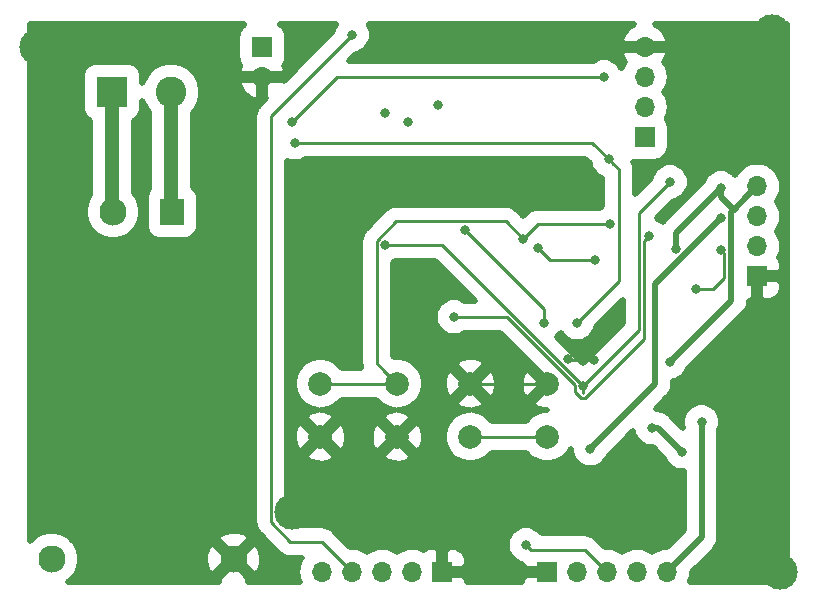
<source format=gbl>
G04 #@! TF.GenerationSoftware,KiCad,Pcbnew,(5.1.2)-1*
G04 #@! TF.CreationDate,2019-12-22T13:40:19+06:00*
G04 #@! TF.ProjectId,esp12e-simple-board,65737031-3265-42d7-9369-6d706c652d62,rev?*
G04 #@! TF.SameCoordinates,Original*
G04 #@! TF.FileFunction,Copper,L2,Bot*
G04 #@! TF.FilePolarity,Positive*
%FSLAX46Y46*%
G04 Gerber Fmt 4.6, Leading zero omitted, Abs format (unit mm)*
G04 Created by KiCad (PCBNEW (5.1.2)-1) date 2019-12-22 13:40:19*
%MOMM*%
%LPD*%
G04 APERTURE LIST*
%ADD10C,2.000000*%
%ADD11C,2.300000*%
%ADD12R,2.000000X2.300000*%
%ADD13O,1.700000X1.700000*%
%ADD14R,1.700000X1.700000*%
%ADD15C,2.600000*%
%ADD16R,2.600000X2.600000*%
%ADD17C,0.800000*%
%ADD18C,3.000000*%
%ADD19C,0.500000*%
%ADD20C,0.250000*%
%ADD21C,1.200000*%
G04 APERTURE END LIST*
D10*
X37950000Y-48260000D03*
X37950000Y-43760000D03*
X44450000Y-48260000D03*
X44450000Y-43760000D03*
X50650000Y-48260000D03*
X50650000Y-43760000D03*
X57150000Y-48260000D03*
X57150000Y-43760000D03*
D11*
X15200000Y-58610000D03*
X20400000Y-29210000D03*
D12*
X25400000Y-29210000D03*
D11*
X30600000Y-58610000D03*
D13*
X67310000Y-59690000D03*
X64770000Y-59690000D03*
X62230000Y-59690000D03*
X59690000Y-59690000D03*
D14*
X57150000Y-59690000D03*
D13*
X38100000Y-59690000D03*
X40640000Y-59690000D03*
X43180000Y-59690000D03*
X45720000Y-59690000D03*
D14*
X48260000Y-59690000D03*
D13*
X74930000Y-27051000D03*
X74930000Y-29591000D03*
X74930000Y-32131000D03*
D14*
X74930000Y-34671000D03*
D13*
X65405000Y-15240000D03*
X65405000Y-17780000D03*
X65405000Y-20320000D03*
D14*
X65405000Y-22860000D03*
D13*
X33020000Y-17780000D03*
D14*
X33020000Y-15240000D03*
D15*
X25320000Y-19050000D03*
D16*
X20320000Y-19050000D03*
D17*
X43434000Y-20828000D03*
X47879000Y-20193000D03*
X45339000Y-21590000D03*
X70231000Y-46990000D03*
D18*
X13970000Y-15240000D03*
X76835000Y-59690000D03*
X35560000Y-54610000D03*
X76200000Y-13970000D03*
D17*
X61087000Y-41783000D03*
X58932653Y-41651347D03*
X58928000Y-52070000D03*
X59944000Y-53213000D03*
X54229000Y-50927000D03*
X54229000Y-52197000D03*
X54229000Y-53340000D03*
X56388000Y-52959000D03*
X56388000Y-54102000D03*
X57404000Y-54102000D03*
X23622000Y-36322000D03*
X19050000Y-38227000D03*
X32004000Y-40767000D03*
X38227000Y-33909000D03*
X38100000Y-35687000D03*
X43815000Y-26924000D03*
X42164000Y-26797000D03*
X49022000Y-26416000D03*
X46990000Y-26162000D03*
X56261000Y-26797000D03*
X55880000Y-25400000D03*
X68580000Y-20574000D03*
X68580000Y-22352000D03*
X72644000Y-19304000D03*
X73025000Y-21082000D03*
X68580000Y-15240000D03*
X70612000Y-14224000D03*
X49276000Y-38100000D03*
X65786000Y-31242000D03*
X66040000Y-47498000D03*
X68580000Y-49530000D03*
X43434000Y-32004000D03*
X60198000Y-43942000D03*
X67564000Y-26670000D03*
X68087709Y-32310209D03*
X67564000Y-41910000D03*
X71882000Y-27178000D03*
X60804000Y-49276000D03*
X71882000Y-29718000D03*
X69782992Y-35746992D03*
X71882001Y-32457223D03*
X40640000Y-14224000D03*
X55372000Y-57404000D03*
X35560000Y-21590000D03*
X61976000Y-17780000D03*
X62357000Y-24765000D03*
X35814000Y-23368000D03*
X59690000Y-38608000D03*
X55118000Y-31496000D03*
X62484000Y-30226000D03*
X56388000Y-32258000D03*
X61214000Y-33274000D03*
X50164000Y-30734000D03*
X56896000Y-38608000D03*
D19*
X70231000Y-56769000D02*
X67310000Y-59690000D01*
X70231000Y-46990000D02*
X70231000Y-56769000D01*
D20*
X57150000Y-43760000D02*
X50650000Y-43760000D01*
X61087000Y-41783000D02*
X60521315Y-41783000D01*
X60521315Y-41783000D02*
X59064306Y-41783000D01*
X59064306Y-41783000D02*
X58932653Y-41651347D01*
D21*
X25320000Y-29130000D02*
X25400000Y-29210000D01*
X25320000Y-19050000D02*
X25320000Y-29130000D01*
X20320000Y-29130000D02*
X20400000Y-29210000D01*
X20320000Y-19050000D02*
X20320000Y-29130000D01*
D20*
X65386001Y-31641999D02*
X65786000Y-31242000D01*
X65386001Y-39956094D02*
X65386001Y-31641999D01*
X60384400Y-44957695D02*
X65386001Y-39956094D01*
X60011600Y-44957695D02*
X60384400Y-44957695D01*
X59472999Y-44419094D02*
X60011600Y-44957695D01*
X59472999Y-43853409D02*
X59472999Y-44419094D01*
X53719590Y-38100000D02*
X59472999Y-43853409D01*
X49276000Y-38100000D02*
X53719590Y-38100000D01*
D19*
X66548000Y-47498000D02*
X68580000Y-49530000D01*
X66040000Y-47498000D02*
X66548000Y-47498000D01*
D20*
X60198000Y-43942000D02*
X60198000Y-44507685D01*
X48260000Y-32004000D02*
X43434000Y-32004000D01*
X60198000Y-43942000D02*
X48260000Y-32004000D01*
X60597999Y-43542001D02*
X60198000Y-43942000D01*
X64935991Y-39204009D02*
X60597999Y-43542001D01*
X64935991Y-29298009D02*
X64935991Y-39204009D01*
X67564000Y-26670000D02*
X64935991Y-29298009D01*
D19*
X68087709Y-30972291D02*
X71882000Y-27178000D01*
X68087709Y-32310209D02*
X68087709Y-30972291D01*
X74080001Y-27900999D02*
X74930000Y-27051000D01*
X72732001Y-36741999D02*
X72732001Y-29248999D01*
X67564000Y-41910000D02*
X72732001Y-36741999D01*
X71882000Y-27940000D02*
X72961500Y-29019500D01*
X71882000Y-27178000D02*
X71882000Y-27940000D01*
X72732001Y-29248999D02*
X72961500Y-29019500D01*
X72961500Y-29019500D02*
X74080001Y-27900999D01*
X71882000Y-29718000D02*
X66294000Y-35306000D01*
X66294000Y-43786000D02*
X60804000Y-49276000D01*
X66294000Y-35306000D02*
X66294000Y-43786000D01*
D20*
X69782992Y-35746992D02*
X71187008Y-35746992D01*
X71187008Y-35746992D02*
X72136000Y-34798000D01*
X72156991Y-32732213D02*
X71882001Y-32457223D01*
X72136000Y-34798000D02*
X72156991Y-34777009D01*
X72156991Y-34777009D02*
X72156991Y-32732213D01*
X33734999Y-55486001D02*
X33734999Y-21129001D01*
X35383997Y-57134999D02*
X33734999Y-55486001D01*
X40640000Y-59690000D02*
X38084999Y-57134999D01*
X38084999Y-57134999D02*
X35383997Y-57134999D01*
X33734999Y-21129001D02*
X40640000Y-14224000D01*
X61380001Y-58840001D02*
X62230000Y-59690000D01*
X60343999Y-57803999D02*
X61380001Y-58840001D01*
X55771999Y-57803999D02*
X60343999Y-57803999D01*
X55372000Y-57404000D02*
X55771999Y-57803999D01*
X39370000Y-17780000D02*
X35560000Y-21590000D01*
X61976000Y-17780000D02*
X39370000Y-17780000D01*
X60960000Y-23368000D02*
X62357000Y-24765000D01*
X35814000Y-23368000D02*
X60960000Y-23368000D01*
X57150000Y-48260000D02*
X50650000Y-48260000D01*
X62756999Y-25164999D02*
X62357000Y-24765000D01*
X63209001Y-25617001D02*
X62756999Y-25164999D01*
X63209001Y-35088999D02*
X63209001Y-25617001D01*
X59690000Y-38608000D02*
X63209001Y-35088999D01*
X56388000Y-30226000D02*
X55118000Y-31496000D01*
X62484000Y-30226000D02*
X56388000Y-30226000D01*
X43450001Y-42760001D02*
X44450000Y-43760000D01*
X42708999Y-42018999D02*
X43450001Y-42760001D01*
X42708999Y-31655999D02*
X42708999Y-42018999D01*
X44355999Y-30008999D02*
X42708999Y-31655999D01*
X53630999Y-30008999D02*
X44355999Y-30008999D01*
X55118000Y-31496000D02*
X53630999Y-30008999D01*
X43035787Y-43760000D02*
X37950000Y-43760000D01*
X44450000Y-43760000D02*
X43035787Y-43760000D01*
X57404000Y-33274000D02*
X61214000Y-33274000D01*
X56388000Y-32258000D02*
X57404000Y-33274000D01*
X56896000Y-37466000D02*
X50164000Y-30734000D01*
X56896000Y-38608000D02*
X56896000Y-37466000D01*
D19*
G36*
X64448773Y-13370331D02*
G01*
X64102392Y-13592807D01*
X63806070Y-13878584D01*
X63571194Y-14216679D01*
X63406790Y-14594100D01*
X63384713Y-14666902D01*
X63635069Y-14990000D01*
X65155000Y-14990000D01*
X65155000Y-14970000D01*
X65655000Y-14970000D01*
X65655000Y-14990000D01*
X67174931Y-14990000D01*
X67425287Y-14666902D01*
X67403210Y-14594100D01*
X67238806Y-14216679D01*
X67003930Y-13878584D01*
X66707608Y-13592807D01*
X66361227Y-13370331D01*
X66284077Y-13340000D01*
X77465000Y-13340000D01*
X77465001Y-60574000D01*
X69218658Y-60574000D01*
X69259535Y-60497524D01*
X69379615Y-60101672D01*
X69418942Y-59702377D01*
X71239555Y-57881765D01*
X71296792Y-57834792D01*
X71484238Y-57606387D01*
X71623524Y-57345802D01*
X71709295Y-57063051D01*
X71731000Y-56842680D01*
X71738257Y-56769000D01*
X71731000Y-56695320D01*
X71731000Y-47680338D01*
X71817592Y-47471287D01*
X71881000Y-47152511D01*
X71881000Y-46827489D01*
X71817592Y-46508713D01*
X71693211Y-46208432D01*
X71512639Y-45938186D01*
X71282814Y-45708361D01*
X71012568Y-45527789D01*
X70712287Y-45403408D01*
X70393511Y-45340000D01*
X70068489Y-45340000D01*
X69749713Y-45403408D01*
X69449432Y-45527789D01*
X69179186Y-45708361D01*
X68949361Y-45938186D01*
X68768789Y-46208432D01*
X68644408Y-46508713D01*
X68581000Y-46827489D01*
X68581000Y-47152511D01*
X68644408Y-47471287D01*
X68645682Y-47474362D01*
X67660769Y-46489450D01*
X67613792Y-46432208D01*
X67385387Y-46244762D01*
X67124802Y-46105476D01*
X66842051Y-46019705D01*
X66764235Y-46012041D01*
X66521287Y-45911408D01*
X66328299Y-45873021D01*
X67302555Y-44898765D01*
X67359792Y-44851792D01*
X67547238Y-44623387D01*
X67686524Y-44362802D01*
X67772295Y-44080051D01*
X67794000Y-43859680D01*
X67794000Y-43859679D01*
X67801257Y-43786001D01*
X67794000Y-43712323D01*
X67794000Y-43546576D01*
X68045287Y-43496592D01*
X68345568Y-43372211D01*
X68615814Y-43191639D01*
X68845639Y-42961814D01*
X69026211Y-42691568D01*
X69112804Y-42482515D01*
X73740558Y-37854762D01*
X73797793Y-37807791D01*
X73985239Y-37579386D01*
X74124525Y-37318801D01*
X74210296Y-37036050D01*
X74232001Y-36815679D01*
X74232001Y-36815678D01*
X74236130Y-36773764D01*
X74367500Y-36771000D01*
X74680000Y-36458500D01*
X74680000Y-34921000D01*
X75180000Y-34921000D01*
X75180000Y-36458500D01*
X75492500Y-36771000D01*
X75780000Y-36777048D01*
X76025043Y-36752913D01*
X76260669Y-36681437D01*
X76477823Y-36565366D01*
X76668160Y-36409160D01*
X76824366Y-36218823D01*
X76940437Y-36001669D01*
X77011913Y-35766043D01*
X77036048Y-35521000D01*
X77030000Y-35233500D01*
X76717500Y-34921000D01*
X75180000Y-34921000D01*
X74680000Y-34921000D01*
X74660000Y-34921000D01*
X74660000Y-34421000D01*
X74680000Y-34421000D01*
X74680000Y-34401000D01*
X75180000Y-34401000D01*
X75180000Y-34421000D01*
X76717500Y-34421000D01*
X77030000Y-34108500D01*
X77036048Y-33821000D01*
X77011913Y-33575957D01*
X76940437Y-33340331D01*
X76824366Y-33123177D01*
X76798005Y-33091056D01*
X76879535Y-32938524D01*
X76999615Y-32542672D01*
X77040161Y-32131000D01*
X76999615Y-31719328D01*
X76879535Y-31323476D01*
X76684535Y-30958657D01*
X76604390Y-30861000D01*
X76684535Y-30763343D01*
X76879535Y-30398524D01*
X76999615Y-30002672D01*
X77040161Y-29591000D01*
X76999615Y-29179328D01*
X76879535Y-28783476D01*
X76684535Y-28418657D01*
X76604390Y-28321000D01*
X76684535Y-28223343D01*
X76879535Y-27858524D01*
X76999615Y-27462672D01*
X77040161Y-27051000D01*
X76999615Y-26639328D01*
X76879535Y-26243476D01*
X76684535Y-25878657D01*
X76422109Y-25558891D01*
X76102343Y-25296465D01*
X75737524Y-25101465D01*
X75341672Y-24981385D01*
X75033167Y-24951000D01*
X74826833Y-24951000D01*
X74518328Y-24981385D01*
X74122476Y-25101465D01*
X73757657Y-25296465D01*
X73437891Y-25558891D01*
X73175465Y-25878657D01*
X73085125Y-26047672D01*
X72933814Y-25896361D01*
X72663568Y-25715789D01*
X72363287Y-25591408D01*
X72044511Y-25528000D01*
X71719489Y-25528000D01*
X71400713Y-25591408D01*
X71100432Y-25715789D01*
X70830186Y-25896361D01*
X70600361Y-26126186D01*
X70419789Y-26396432D01*
X70333197Y-26605483D01*
X67079154Y-29859527D01*
X67021918Y-29906499D01*
X66914654Y-30037201D01*
X66837814Y-29960361D01*
X66567568Y-29779789D01*
X66448199Y-29730344D01*
X67891328Y-28287216D01*
X68045287Y-28256592D01*
X68345568Y-28132211D01*
X68615814Y-27951639D01*
X68845639Y-27721814D01*
X69026211Y-27451568D01*
X69150592Y-27151287D01*
X69214000Y-26832511D01*
X69214000Y-26507489D01*
X69150592Y-26188713D01*
X69026211Y-25888432D01*
X68845639Y-25618186D01*
X68615814Y-25388361D01*
X68345568Y-25207789D01*
X68045287Y-25083408D01*
X67726511Y-25020000D01*
X67401489Y-25020000D01*
X67082713Y-25083408D01*
X66782432Y-25207789D01*
X66512186Y-25388361D01*
X66282361Y-25618186D01*
X66101789Y-25888432D01*
X65977408Y-26188713D01*
X65946784Y-26342672D01*
X64584001Y-27705456D01*
X64584001Y-25684539D01*
X64590653Y-25617000D01*
X64584001Y-25549461D01*
X64584001Y-25549452D01*
X64564106Y-25347454D01*
X64485482Y-25088265D01*
X64412662Y-24952029D01*
X64555000Y-24966048D01*
X66255000Y-24966048D01*
X66500043Y-24941913D01*
X66735669Y-24870437D01*
X66952823Y-24754366D01*
X67143160Y-24598160D01*
X67299366Y-24407823D01*
X67415437Y-24190669D01*
X67486913Y-23955043D01*
X67511048Y-23710000D01*
X67511048Y-22010000D01*
X67486913Y-21764957D01*
X67415437Y-21529331D01*
X67299366Y-21312177D01*
X67273005Y-21280056D01*
X67354535Y-21127524D01*
X67474615Y-20731672D01*
X67515161Y-20320000D01*
X67474615Y-19908328D01*
X67354535Y-19512476D01*
X67159535Y-19147657D01*
X67079390Y-19050000D01*
X67159535Y-18952343D01*
X67354535Y-18587524D01*
X67474615Y-18191672D01*
X67515161Y-17780000D01*
X67474615Y-17368328D01*
X67354535Y-16972476D01*
X67159535Y-16607657D01*
X67072917Y-16502112D01*
X67238806Y-16263321D01*
X67403210Y-15885900D01*
X67425287Y-15813098D01*
X67174931Y-15490000D01*
X65655000Y-15490000D01*
X65655000Y-15510000D01*
X65155000Y-15510000D01*
X65155000Y-15490000D01*
X63635069Y-15490000D01*
X63384713Y-15813098D01*
X63406790Y-15885900D01*
X63571194Y-16263321D01*
X63737083Y-16502112D01*
X63650465Y-16607657D01*
X63455465Y-16972476D01*
X63443626Y-17011505D01*
X63438211Y-16998432D01*
X63257639Y-16728186D01*
X63027814Y-16498361D01*
X62757568Y-16317789D01*
X62457287Y-16193408D01*
X62138511Y-16130000D01*
X61813489Y-16130000D01*
X61494713Y-16193408D01*
X61194432Y-16317789D01*
X61063911Y-16405000D01*
X40403544Y-16405000D01*
X40967328Y-15841216D01*
X41121287Y-15810592D01*
X41421568Y-15686211D01*
X41691814Y-15505639D01*
X41921639Y-15275814D01*
X42102211Y-15005568D01*
X42226592Y-14705287D01*
X42290000Y-14386511D01*
X42290000Y-14061489D01*
X42226592Y-13742713D01*
X42102211Y-13442432D01*
X42033768Y-13340000D01*
X64525923Y-13340000D01*
X64448773Y-13370331D01*
X64448773Y-13370331D01*
G37*
X64448773Y-13370331D02*
X64102392Y-13592807D01*
X63806070Y-13878584D01*
X63571194Y-14216679D01*
X63406790Y-14594100D01*
X63384713Y-14666902D01*
X63635069Y-14990000D01*
X65155000Y-14990000D01*
X65155000Y-14970000D01*
X65655000Y-14970000D01*
X65655000Y-14990000D01*
X67174931Y-14990000D01*
X67425287Y-14666902D01*
X67403210Y-14594100D01*
X67238806Y-14216679D01*
X67003930Y-13878584D01*
X66707608Y-13592807D01*
X66361227Y-13370331D01*
X66284077Y-13340000D01*
X77465000Y-13340000D01*
X77465001Y-60574000D01*
X69218658Y-60574000D01*
X69259535Y-60497524D01*
X69379615Y-60101672D01*
X69418942Y-59702377D01*
X71239555Y-57881765D01*
X71296792Y-57834792D01*
X71484238Y-57606387D01*
X71623524Y-57345802D01*
X71709295Y-57063051D01*
X71731000Y-56842680D01*
X71738257Y-56769000D01*
X71731000Y-56695320D01*
X71731000Y-47680338D01*
X71817592Y-47471287D01*
X71881000Y-47152511D01*
X71881000Y-46827489D01*
X71817592Y-46508713D01*
X71693211Y-46208432D01*
X71512639Y-45938186D01*
X71282814Y-45708361D01*
X71012568Y-45527789D01*
X70712287Y-45403408D01*
X70393511Y-45340000D01*
X70068489Y-45340000D01*
X69749713Y-45403408D01*
X69449432Y-45527789D01*
X69179186Y-45708361D01*
X68949361Y-45938186D01*
X68768789Y-46208432D01*
X68644408Y-46508713D01*
X68581000Y-46827489D01*
X68581000Y-47152511D01*
X68644408Y-47471287D01*
X68645682Y-47474362D01*
X67660769Y-46489450D01*
X67613792Y-46432208D01*
X67385387Y-46244762D01*
X67124802Y-46105476D01*
X66842051Y-46019705D01*
X66764235Y-46012041D01*
X66521287Y-45911408D01*
X66328299Y-45873021D01*
X67302555Y-44898765D01*
X67359792Y-44851792D01*
X67547238Y-44623387D01*
X67686524Y-44362802D01*
X67772295Y-44080051D01*
X67794000Y-43859680D01*
X67794000Y-43859679D01*
X67801257Y-43786001D01*
X67794000Y-43712323D01*
X67794000Y-43546576D01*
X68045287Y-43496592D01*
X68345568Y-43372211D01*
X68615814Y-43191639D01*
X68845639Y-42961814D01*
X69026211Y-42691568D01*
X69112804Y-42482515D01*
X73740558Y-37854762D01*
X73797793Y-37807791D01*
X73985239Y-37579386D01*
X74124525Y-37318801D01*
X74210296Y-37036050D01*
X74232001Y-36815679D01*
X74232001Y-36815678D01*
X74236130Y-36773764D01*
X74367500Y-36771000D01*
X74680000Y-36458500D01*
X74680000Y-34921000D01*
X75180000Y-34921000D01*
X75180000Y-36458500D01*
X75492500Y-36771000D01*
X75780000Y-36777048D01*
X76025043Y-36752913D01*
X76260669Y-36681437D01*
X76477823Y-36565366D01*
X76668160Y-36409160D01*
X76824366Y-36218823D01*
X76940437Y-36001669D01*
X77011913Y-35766043D01*
X77036048Y-35521000D01*
X77030000Y-35233500D01*
X76717500Y-34921000D01*
X75180000Y-34921000D01*
X74680000Y-34921000D01*
X74660000Y-34921000D01*
X74660000Y-34421000D01*
X74680000Y-34421000D01*
X74680000Y-34401000D01*
X75180000Y-34401000D01*
X75180000Y-34421000D01*
X76717500Y-34421000D01*
X77030000Y-34108500D01*
X77036048Y-33821000D01*
X77011913Y-33575957D01*
X76940437Y-33340331D01*
X76824366Y-33123177D01*
X76798005Y-33091056D01*
X76879535Y-32938524D01*
X76999615Y-32542672D01*
X77040161Y-32131000D01*
X76999615Y-31719328D01*
X76879535Y-31323476D01*
X76684535Y-30958657D01*
X76604390Y-30861000D01*
X76684535Y-30763343D01*
X76879535Y-30398524D01*
X76999615Y-30002672D01*
X77040161Y-29591000D01*
X76999615Y-29179328D01*
X76879535Y-28783476D01*
X76684535Y-28418657D01*
X76604390Y-28321000D01*
X76684535Y-28223343D01*
X76879535Y-27858524D01*
X76999615Y-27462672D01*
X77040161Y-27051000D01*
X76999615Y-26639328D01*
X76879535Y-26243476D01*
X76684535Y-25878657D01*
X76422109Y-25558891D01*
X76102343Y-25296465D01*
X75737524Y-25101465D01*
X75341672Y-24981385D01*
X75033167Y-24951000D01*
X74826833Y-24951000D01*
X74518328Y-24981385D01*
X74122476Y-25101465D01*
X73757657Y-25296465D01*
X73437891Y-25558891D01*
X73175465Y-25878657D01*
X73085125Y-26047672D01*
X72933814Y-25896361D01*
X72663568Y-25715789D01*
X72363287Y-25591408D01*
X72044511Y-25528000D01*
X71719489Y-25528000D01*
X71400713Y-25591408D01*
X71100432Y-25715789D01*
X70830186Y-25896361D01*
X70600361Y-26126186D01*
X70419789Y-26396432D01*
X70333197Y-26605483D01*
X67079154Y-29859527D01*
X67021918Y-29906499D01*
X66914654Y-30037201D01*
X66837814Y-29960361D01*
X66567568Y-29779789D01*
X66448199Y-29730344D01*
X67891328Y-28287216D01*
X68045287Y-28256592D01*
X68345568Y-28132211D01*
X68615814Y-27951639D01*
X68845639Y-27721814D01*
X69026211Y-27451568D01*
X69150592Y-27151287D01*
X69214000Y-26832511D01*
X69214000Y-26507489D01*
X69150592Y-26188713D01*
X69026211Y-25888432D01*
X68845639Y-25618186D01*
X68615814Y-25388361D01*
X68345568Y-25207789D01*
X68045287Y-25083408D01*
X67726511Y-25020000D01*
X67401489Y-25020000D01*
X67082713Y-25083408D01*
X66782432Y-25207789D01*
X66512186Y-25388361D01*
X66282361Y-25618186D01*
X66101789Y-25888432D01*
X65977408Y-26188713D01*
X65946784Y-26342672D01*
X64584001Y-27705456D01*
X64584001Y-25684539D01*
X64590653Y-25617000D01*
X64584001Y-25549461D01*
X64584001Y-25549452D01*
X64564106Y-25347454D01*
X64485482Y-25088265D01*
X64412662Y-24952029D01*
X64555000Y-24966048D01*
X66255000Y-24966048D01*
X66500043Y-24941913D01*
X66735669Y-24870437D01*
X66952823Y-24754366D01*
X67143160Y-24598160D01*
X67299366Y-24407823D01*
X67415437Y-24190669D01*
X67486913Y-23955043D01*
X67511048Y-23710000D01*
X67511048Y-22010000D01*
X67486913Y-21764957D01*
X67415437Y-21529331D01*
X67299366Y-21312177D01*
X67273005Y-21280056D01*
X67354535Y-21127524D01*
X67474615Y-20731672D01*
X67515161Y-20320000D01*
X67474615Y-19908328D01*
X67354535Y-19512476D01*
X67159535Y-19147657D01*
X67079390Y-19050000D01*
X67159535Y-18952343D01*
X67354535Y-18587524D01*
X67474615Y-18191672D01*
X67515161Y-17780000D01*
X67474615Y-17368328D01*
X67354535Y-16972476D01*
X67159535Y-16607657D01*
X67072917Y-16502112D01*
X67238806Y-16263321D01*
X67403210Y-15885900D01*
X67425287Y-15813098D01*
X67174931Y-15490000D01*
X65655000Y-15490000D01*
X65655000Y-15510000D01*
X65155000Y-15510000D01*
X65155000Y-15490000D01*
X63635069Y-15490000D01*
X63384713Y-15813098D01*
X63406790Y-15885900D01*
X63571194Y-16263321D01*
X63737083Y-16502112D01*
X63650465Y-16607657D01*
X63455465Y-16972476D01*
X63443626Y-17011505D01*
X63438211Y-16998432D01*
X63257639Y-16728186D01*
X63027814Y-16498361D01*
X62757568Y-16317789D01*
X62457287Y-16193408D01*
X62138511Y-16130000D01*
X61813489Y-16130000D01*
X61494713Y-16193408D01*
X61194432Y-16317789D01*
X61063911Y-16405000D01*
X40403544Y-16405000D01*
X40967328Y-15841216D01*
X41121287Y-15810592D01*
X41421568Y-15686211D01*
X41691814Y-15505639D01*
X41921639Y-15275814D01*
X42102211Y-15005568D01*
X42226592Y-14705287D01*
X42290000Y-14386511D01*
X42290000Y-14061489D01*
X42226592Y-13742713D01*
X42102211Y-13442432D01*
X42033768Y-13340000D01*
X64525923Y-13340000D01*
X64448773Y-13370331D01*
G36*
X60739784Y-25092327D02*
G01*
X60770408Y-25246287D01*
X60894789Y-25546568D01*
X61075361Y-25816814D01*
X61305186Y-26046639D01*
X61575432Y-26227211D01*
X61834002Y-26334315D01*
X61834002Y-28709291D01*
X61702432Y-28763789D01*
X61571911Y-28851000D01*
X56455538Y-28851000D01*
X56387999Y-28844348D01*
X56320460Y-28851000D01*
X56320451Y-28851000D01*
X56118453Y-28870895D01*
X55876268Y-28944361D01*
X55859264Y-28949519D01*
X55620394Y-29077198D01*
X55463492Y-29205964D01*
X55463488Y-29205968D01*
X55411024Y-29249024D01*
X55367968Y-29301488D01*
X55118000Y-29551456D01*
X54651035Y-29084492D01*
X54607975Y-29032023D01*
X54398604Y-28860197D01*
X54159735Y-28732518D01*
X53900546Y-28653894D01*
X53698548Y-28633999D01*
X53698538Y-28633999D01*
X53630999Y-28627347D01*
X53563460Y-28633999D01*
X44423538Y-28633999D01*
X44355999Y-28627347D01*
X44288460Y-28633999D01*
X44288450Y-28633999D01*
X44086452Y-28653894D01*
X43827263Y-28732518D01*
X43588393Y-28860197D01*
X43431491Y-28988963D01*
X43431487Y-28988967D01*
X43379023Y-29032023D01*
X43335967Y-29084487D01*
X41784488Y-30635967D01*
X41732023Y-30679024D01*
X41688967Y-30731488D01*
X41688963Y-30731492D01*
X41560197Y-30888394D01*
X41500735Y-30999639D01*
X41432518Y-31127264D01*
X41353894Y-31386453D01*
X41333999Y-31588451D01*
X41333999Y-31588460D01*
X41327347Y-31655999D01*
X41333999Y-31723538D01*
X41334000Y-41951450D01*
X41327347Y-42018999D01*
X41334000Y-42086548D01*
X41352930Y-42278743D01*
X41353895Y-42288545D01*
X41383154Y-42385000D01*
X39737307Y-42385000D01*
X39697689Y-42325708D01*
X39384292Y-42012311D01*
X39015775Y-41766076D01*
X38606301Y-41596466D01*
X38171606Y-41510000D01*
X37728394Y-41510000D01*
X37293699Y-41596466D01*
X36884225Y-41766076D01*
X36515708Y-42012311D01*
X36202311Y-42325708D01*
X35956076Y-42694225D01*
X35786466Y-43103699D01*
X35700000Y-43538394D01*
X35700000Y-43981606D01*
X35786466Y-44416301D01*
X35956076Y-44825775D01*
X36202311Y-45194292D01*
X36515708Y-45507689D01*
X36884225Y-45753924D01*
X37293699Y-45923534D01*
X37728394Y-46010000D01*
X37758624Y-46010000D01*
X37351566Y-46079752D01*
X36937719Y-46238394D01*
X36831488Y-46295174D01*
X36760447Y-46716894D01*
X37950000Y-47906447D01*
X39139553Y-46716894D01*
X39068512Y-46295174D01*
X38663701Y-46114717D01*
X38231464Y-46016702D01*
X37979952Y-46010000D01*
X38171606Y-46010000D01*
X38606301Y-45923534D01*
X39015775Y-45753924D01*
X39384292Y-45507689D01*
X39697689Y-45194292D01*
X39737307Y-45135000D01*
X42662693Y-45135000D01*
X42702311Y-45194292D01*
X43015708Y-45507689D01*
X43384225Y-45753924D01*
X43793699Y-45923534D01*
X44228394Y-46010000D01*
X44258624Y-46010000D01*
X43851566Y-46079752D01*
X43437719Y-46238394D01*
X43331488Y-46295174D01*
X43260447Y-46716894D01*
X44450000Y-47906447D01*
X45639553Y-46716894D01*
X45568512Y-46295174D01*
X45163701Y-46114717D01*
X44731464Y-46016702D01*
X44479952Y-46010000D01*
X44671606Y-46010000D01*
X45106301Y-45923534D01*
X45515775Y-45753924D01*
X45884292Y-45507689D01*
X46197689Y-45194292D01*
X46443924Y-44825775D01*
X46613534Y-44416301D01*
X46700000Y-43981606D01*
X46700000Y-43921590D01*
X48394896Y-43921590D01*
X48469752Y-44358434D01*
X48628394Y-44772281D01*
X48685174Y-44878512D01*
X49106894Y-44949553D01*
X50296447Y-43760000D01*
X51003553Y-43760000D01*
X52193106Y-44949553D01*
X52614826Y-44878512D01*
X52795283Y-44473701D01*
X52893298Y-44041464D01*
X52896492Y-43921590D01*
X54894896Y-43921590D01*
X54969752Y-44358434D01*
X55128394Y-44772281D01*
X55185174Y-44878512D01*
X55606894Y-44949553D01*
X56796447Y-43760000D01*
X55606894Y-42570447D01*
X55185174Y-42641488D01*
X55004717Y-43046299D01*
X54906702Y-43478536D01*
X54894896Y-43921590D01*
X52896492Y-43921590D01*
X52905104Y-43598410D01*
X52830248Y-43161566D01*
X52671606Y-42747719D01*
X52614826Y-42641488D01*
X52193106Y-42570447D01*
X51003553Y-43760000D01*
X50296447Y-43760000D01*
X49106894Y-42570447D01*
X48685174Y-42641488D01*
X48504717Y-43046299D01*
X48406702Y-43478536D01*
X48394896Y-43921590D01*
X46700000Y-43921590D01*
X46700000Y-43538394D01*
X46613534Y-43103699D01*
X46443924Y-42694225D01*
X46197689Y-42325708D01*
X46088875Y-42216894D01*
X49460447Y-42216894D01*
X50650000Y-43406447D01*
X51839553Y-42216894D01*
X51768512Y-41795174D01*
X51363701Y-41614717D01*
X50931464Y-41516702D01*
X50488410Y-41504896D01*
X50051566Y-41579752D01*
X49637719Y-41738394D01*
X49531488Y-41795174D01*
X49460447Y-42216894D01*
X46088875Y-42216894D01*
X45884292Y-42012311D01*
X45515775Y-41766076D01*
X45106301Y-41596466D01*
X44671606Y-41510000D01*
X44228394Y-41510000D01*
X44158455Y-41523912D01*
X44083999Y-41449456D01*
X44083999Y-33520709D01*
X44215568Y-33466211D01*
X44346089Y-33379000D01*
X47690457Y-33379000D01*
X51036457Y-36725000D01*
X50188089Y-36725000D01*
X50057568Y-36637789D01*
X49757287Y-36513408D01*
X49438511Y-36450000D01*
X49113489Y-36450000D01*
X48794713Y-36513408D01*
X48494432Y-36637789D01*
X48224186Y-36818361D01*
X47994361Y-37048186D01*
X47813789Y-37318432D01*
X47689408Y-37618713D01*
X47626000Y-37937489D01*
X47626000Y-38262511D01*
X47689408Y-38581287D01*
X47813789Y-38881568D01*
X47994361Y-39151814D01*
X48224186Y-39381639D01*
X48494432Y-39562211D01*
X48794713Y-39686592D01*
X49113489Y-39750000D01*
X49438511Y-39750000D01*
X49757287Y-39686592D01*
X50057568Y-39562211D01*
X50188089Y-39475000D01*
X53150047Y-39475000D01*
X57483442Y-43808396D01*
X57164143Y-44127696D01*
X57150000Y-44113553D01*
X55960447Y-45303106D01*
X56031488Y-45724826D01*
X56436299Y-45905283D01*
X56868536Y-46003298D01*
X57120048Y-46010000D01*
X56928394Y-46010000D01*
X56493699Y-46096466D01*
X56084225Y-46266076D01*
X55715708Y-46512311D01*
X55402311Y-46825708D01*
X55362693Y-46885000D01*
X52437307Y-46885000D01*
X52397689Y-46825708D01*
X52084292Y-46512311D01*
X51715775Y-46266076D01*
X51306301Y-46096466D01*
X50871606Y-46010000D01*
X50841376Y-46010000D01*
X51248434Y-45940248D01*
X51662281Y-45781606D01*
X51768512Y-45724826D01*
X51839553Y-45303106D01*
X50650000Y-44113553D01*
X49460447Y-45303106D01*
X49531488Y-45724826D01*
X49936299Y-45905283D01*
X50368536Y-46003298D01*
X50620048Y-46010000D01*
X50428394Y-46010000D01*
X49993699Y-46096466D01*
X49584225Y-46266076D01*
X49215708Y-46512311D01*
X48902311Y-46825708D01*
X48656076Y-47194225D01*
X48486466Y-47603699D01*
X48400000Y-48038394D01*
X48400000Y-48481606D01*
X48486466Y-48916301D01*
X48656076Y-49325775D01*
X48902311Y-49694292D01*
X49215708Y-50007689D01*
X49584225Y-50253924D01*
X49993699Y-50423534D01*
X50428394Y-50510000D01*
X50871606Y-50510000D01*
X51306301Y-50423534D01*
X51715775Y-50253924D01*
X52084292Y-50007689D01*
X52397689Y-49694292D01*
X52437307Y-49635000D01*
X55362693Y-49635000D01*
X55402311Y-49694292D01*
X55715708Y-50007689D01*
X56084225Y-50253924D01*
X56493699Y-50423534D01*
X56928394Y-50510000D01*
X57371606Y-50510000D01*
X57806301Y-50423534D01*
X58215775Y-50253924D01*
X58584292Y-50007689D01*
X58897689Y-49694292D01*
X59143924Y-49325775D01*
X59154000Y-49301449D01*
X59154000Y-49438511D01*
X59217408Y-49757287D01*
X59341789Y-50057568D01*
X59522361Y-50327814D01*
X59752186Y-50557639D01*
X60022432Y-50738211D01*
X60322713Y-50862592D01*
X60641489Y-50926000D01*
X60966511Y-50926000D01*
X61285287Y-50862592D01*
X61585568Y-50738211D01*
X61855814Y-50557639D01*
X62085639Y-50327814D01*
X62266211Y-50057568D01*
X62352804Y-49848515D01*
X64415021Y-47786299D01*
X64453408Y-47979287D01*
X64577789Y-48279568D01*
X64758361Y-48549814D01*
X64988186Y-48779639D01*
X65258432Y-48960211D01*
X65558713Y-49084592D01*
X65877489Y-49148000D01*
X66076681Y-49148000D01*
X67031197Y-50102516D01*
X67117789Y-50311568D01*
X67298361Y-50581814D01*
X67528186Y-50811639D01*
X67798432Y-50992211D01*
X68098713Y-51116592D01*
X68417489Y-51180000D01*
X68731000Y-51180000D01*
X68731001Y-56147679D01*
X67288681Y-57590000D01*
X67206833Y-57590000D01*
X66898328Y-57620385D01*
X66502476Y-57740465D01*
X66137657Y-57935465D01*
X66040000Y-58015610D01*
X65942343Y-57935465D01*
X65577524Y-57740465D01*
X65181672Y-57620385D01*
X64873167Y-57590000D01*
X64666833Y-57590000D01*
X64358328Y-57620385D01*
X63962476Y-57740465D01*
X63597657Y-57935465D01*
X63500000Y-58015610D01*
X63402343Y-57935465D01*
X63037524Y-57740465D01*
X62641672Y-57620385D01*
X62333167Y-57590000D01*
X62126833Y-57590000D01*
X62079232Y-57594688D01*
X61364035Y-56879492D01*
X61320975Y-56827023D01*
X61111604Y-56655197D01*
X60872735Y-56527518D01*
X60613546Y-56448894D01*
X60411548Y-56428999D01*
X60411538Y-56428999D01*
X60343999Y-56422347D01*
X60276460Y-56428999D01*
X56704964Y-56428999D01*
X56653639Y-56352186D01*
X56423814Y-56122361D01*
X56153568Y-55941789D01*
X55853287Y-55817408D01*
X55534511Y-55754000D01*
X55209489Y-55754000D01*
X54890713Y-55817408D01*
X54590432Y-55941789D01*
X54320186Y-56122361D01*
X54090361Y-56352186D01*
X53909789Y-56622432D01*
X53785408Y-56922713D01*
X53722000Y-57241489D01*
X53722000Y-57566511D01*
X53785408Y-57885287D01*
X53909789Y-58185568D01*
X54090361Y-58455814D01*
X54320186Y-58685639D01*
X54590432Y-58866211D01*
X54890713Y-58990592D01*
X55047777Y-59021834D01*
X55050000Y-59127500D01*
X55362500Y-59440000D01*
X56900000Y-59440000D01*
X56900000Y-59420000D01*
X57400000Y-59420000D01*
X57400000Y-59440000D01*
X57420000Y-59440000D01*
X57420000Y-59940000D01*
X57400000Y-59940000D01*
X57400000Y-59960000D01*
X56900000Y-59960000D01*
X56900000Y-59940000D01*
X55362500Y-59940000D01*
X55050000Y-60252500D01*
X55043952Y-60540000D01*
X55047301Y-60574000D01*
X50362699Y-60574000D01*
X50366048Y-60540000D01*
X50360000Y-60252500D01*
X50047500Y-59940000D01*
X48510000Y-59940000D01*
X48510000Y-59960000D01*
X48010000Y-59960000D01*
X48010000Y-59940000D01*
X47990000Y-59940000D01*
X47990000Y-59440000D01*
X48010000Y-59440000D01*
X48010000Y-57902500D01*
X48510000Y-57902500D01*
X48510000Y-59440000D01*
X50047500Y-59440000D01*
X50360000Y-59127500D01*
X50366048Y-58840000D01*
X50341913Y-58594957D01*
X50270437Y-58359331D01*
X50154366Y-58142177D01*
X49998160Y-57951840D01*
X49807823Y-57795634D01*
X49590669Y-57679563D01*
X49355043Y-57608087D01*
X49110000Y-57583952D01*
X48822500Y-57590000D01*
X48510000Y-57902500D01*
X48010000Y-57902500D01*
X47697500Y-57590000D01*
X47410000Y-57583952D01*
X47164957Y-57608087D01*
X46929331Y-57679563D01*
X46712177Y-57795634D01*
X46680056Y-57821995D01*
X46527524Y-57740465D01*
X46131672Y-57620385D01*
X45823167Y-57590000D01*
X45616833Y-57590000D01*
X45308328Y-57620385D01*
X44912476Y-57740465D01*
X44547657Y-57935465D01*
X44450000Y-58015610D01*
X44352343Y-57935465D01*
X43987524Y-57740465D01*
X43591672Y-57620385D01*
X43283167Y-57590000D01*
X43076833Y-57590000D01*
X42768328Y-57620385D01*
X42372476Y-57740465D01*
X42007657Y-57935465D01*
X41910000Y-58015610D01*
X41812343Y-57935465D01*
X41447524Y-57740465D01*
X41051672Y-57620385D01*
X40743167Y-57590000D01*
X40536833Y-57590000D01*
X40489232Y-57594688D01*
X39105034Y-56210491D01*
X39061975Y-56158023D01*
X38852604Y-55986197D01*
X38613735Y-55858518D01*
X38354546Y-55779894D01*
X38152548Y-55759999D01*
X38152538Y-55759999D01*
X38084999Y-55753347D01*
X38017460Y-55759999D01*
X35953540Y-55759999D01*
X35109999Y-54916458D01*
X35109999Y-49803106D01*
X36760447Y-49803106D01*
X36831488Y-50224826D01*
X37236299Y-50405283D01*
X37668536Y-50503298D01*
X38111590Y-50515104D01*
X38548434Y-50440248D01*
X38962281Y-50281606D01*
X39068512Y-50224826D01*
X39139553Y-49803106D01*
X43260447Y-49803106D01*
X43331488Y-50224826D01*
X43736299Y-50405283D01*
X44168536Y-50503298D01*
X44611590Y-50515104D01*
X45048434Y-50440248D01*
X45462281Y-50281606D01*
X45568512Y-50224826D01*
X45639553Y-49803106D01*
X44450000Y-48613553D01*
X43260447Y-49803106D01*
X39139553Y-49803106D01*
X37950000Y-48613553D01*
X36760447Y-49803106D01*
X35109999Y-49803106D01*
X35109999Y-48421590D01*
X35694896Y-48421590D01*
X35769752Y-48858434D01*
X35928394Y-49272281D01*
X35985174Y-49378512D01*
X36406894Y-49449553D01*
X37596447Y-48260000D01*
X38303553Y-48260000D01*
X39493106Y-49449553D01*
X39914826Y-49378512D01*
X40095283Y-48973701D01*
X40193298Y-48541464D01*
X40196492Y-48421590D01*
X42194896Y-48421590D01*
X42269752Y-48858434D01*
X42428394Y-49272281D01*
X42485174Y-49378512D01*
X42906894Y-49449553D01*
X44096447Y-48260000D01*
X44803553Y-48260000D01*
X45993106Y-49449553D01*
X46414826Y-49378512D01*
X46595283Y-48973701D01*
X46693298Y-48541464D01*
X46705104Y-48098410D01*
X46630248Y-47661566D01*
X46471606Y-47247719D01*
X46414826Y-47141488D01*
X45993106Y-47070447D01*
X44803553Y-48260000D01*
X44096447Y-48260000D01*
X42906894Y-47070447D01*
X42485174Y-47141488D01*
X42304717Y-47546299D01*
X42206702Y-47978536D01*
X42194896Y-48421590D01*
X40196492Y-48421590D01*
X40205104Y-48098410D01*
X40130248Y-47661566D01*
X39971606Y-47247719D01*
X39914826Y-47141488D01*
X39493106Y-47070447D01*
X38303553Y-48260000D01*
X37596447Y-48260000D01*
X36406894Y-47070447D01*
X35985174Y-47141488D01*
X35804717Y-47546299D01*
X35706702Y-47978536D01*
X35694896Y-48421590D01*
X35109999Y-48421590D01*
X35109999Y-24862340D01*
X35332713Y-24954592D01*
X35651489Y-25018000D01*
X35976511Y-25018000D01*
X36295287Y-24954592D01*
X36595568Y-24830211D01*
X36726089Y-24743000D01*
X60390457Y-24743000D01*
X60739784Y-25092327D01*
X60739784Y-25092327D01*
G37*
X60739784Y-25092327D02*
X60770408Y-25246287D01*
X60894789Y-25546568D01*
X61075361Y-25816814D01*
X61305186Y-26046639D01*
X61575432Y-26227211D01*
X61834002Y-26334315D01*
X61834002Y-28709291D01*
X61702432Y-28763789D01*
X61571911Y-28851000D01*
X56455538Y-28851000D01*
X56387999Y-28844348D01*
X56320460Y-28851000D01*
X56320451Y-28851000D01*
X56118453Y-28870895D01*
X55876268Y-28944361D01*
X55859264Y-28949519D01*
X55620394Y-29077198D01*
X55463492Y-29205964D01*
X55463488Y-29205968D01*
X55411024Y-29249024D01*
X55367968Y-29301488D01*
X55118000Y-29551456D01*
X54651035Y-29084492D01*
X54607975Y-29032023D01*
X54398604Y-28860197D01*
X54159735Y-28732518D01*
X53900546Y-28653894D01*
X53698548Y-28633999D01*
X53698538Y-28633999D01*
X53630999Y-28627347D01*
X53563460Y-28633999D01*
X44423538Y-28633999D01*
X44355999Y-28627347D01*
X44288460Y-28633999D01*
X44288450Y-28633999D01*
X44086452Y-28653894D01*
X43827263Y-28732518D01*
X43588393Y-28860197D01*
X43431491Y-28988963D01*
X43431487Y-28988967D01*
X43379023Y-29032023D01*
X43335967Y-29084487D01*
X41784488Y-30635967D01*
X41732023Y-30679024D01*
X41688967Y-30731488D01*
X41688963Y-30731492D01*
X41560197Y-30888394D01*
X41500735Y-30999639D01*
X41432518Y-31127264D01*
X41353894Y-31386453D01*
X41333999Y-31588451D01*
X41333999Y-31588460D01*
X41327347Y-31655999D01*
X41333999Y-31723538D01*
X41334000Y-41951450D01*
X41327347Y-42018999D01*
X41334000Y-42086548D01*
X41352930Y-42278743D01*
X41353895Y-42288545D01*
X41383154Y-42385000D01*
X39737307Y-42385000D01*
X39697689Y-42325708D01*
X39384292Y-42012311D01*
X39015775Y-41766076D01*
X38606301Y-41596466D01*
X38171606Y-41510000D01*
X37728394Y-41510000D01*
X37293699Y-41596466D01*
X36884225Y-41766076D01*
X36515708Y-42012311D01*
X36202311Y-42325708D01*
X35956076Y-42694225D01*
X35786466Y-43103699D01*
X35700000Y-43538394D01*
X35700000Y-43981606D01*
X35786466Y-44416301D01*
X35956076Y-44825775D01*
X36202311Y-45194292D01*
X36515708Y-45507689D01*
X36884225Y-45753924D01*
X37293699Y-45923534D01*
X37728394Y-46010000D01*
X37758624Y-46010000D01*
X37351566Y-46079752D01*
X36937719Y-46238394D01*
X36831488Y-46295174D01*
X36760447Y-46716894D01*
X37950000Y-47906447D01*
X39139553Y-46716894D01*
X39068512Y-46295174D01*
X38663701Y-46114717D01*
X38231464Y-46016702D01*
X37979952Y-46010000D01*
X38171606Y-46010000D01*
X38606301Y-45923534D01*
X39015775Y-45753924D01*
X39384292Y-45507689D01*
X39697689Y-45194292D01*
X39737307Y-45135000D01*
X42662693Y-45135000D01*
X42702311Y-45194292D01*
X43015708Y-45507689D01*
X43384225Y-45753924D01*
X43793699Y-45923534D01*
X44228394Y-46010000D01*
X44258624Y-46010000D01*
X43851566Y-46079752D01*
X43437719Y-46238394D01*
X43331488Y-46295174D01*
X43260447Y-46716894D01*
X44450000Y-47906447D01*
X45639553Y-46716894D01*
X45568512Y-46295174D01*
X45163701Y-46114717D01*
X44731464Y-46016702D01*
X44479952Y-46010000D01*
X44671606Y-46010000D01*
X45106301Y-45923534D01*
X45515775Y-45753924D01*
X45884292Y-45507689D01*
X46197689Y-45194292D01*
X46443924Y-44825775D01*
X46613534Y-44416301D01*
X46700000Y-43981606D01*
X46700000Y-43921590D01*
X48394896Y-43921590D01*
X48469752Y-44358434D01*
X48628394Y-44772281D01*
X48685174Y-44878512D01*
X49106894Y-44949553D01*
X50296447Y-43760000D01*
X51003553Y-43760000D01*
X52193106Y-44949553D01*
X52614826Y-44878512D01*
X52795283Y-44473701D01*
X52893298Y-44041464D01*
X52896492Y-43921590D01*
X54894896Y-43921590D01*
X54969752Y-44358434D01*
X55128394Y-44772281D01*
X55185174Y-44878512D01*
X55606894Y-44949553D01*
X56796447Y-43760000D01*
X55606894Y-42570447D01*
X55185174Y-42641488D01*
X55004717Y-43046299D01*
X54906702Y-43478536D01*
X54894896Y-43921590D01*
X52896492Y-43921590D01*
X52905104Y-43598410D01*
X52830248Y-43161566D01*
X52671606Y-42747719D01*
X52614826Y-42641488D01*
X52193106Y-42570447D01*
X51003553Y-43760000D01*
X50296447Y-43760000D01*
X49106894Y-42570447D01*
X48685174Y-42641488D01*
X48504717Y-43046299D01*
X48406702Y-43478536D01*
X48394896Y-43921590D01*
X46700000Y-43921590D01*
X46700000Y-43538394D01*
X46613534Y-43103699D01*
X46443924Y-42694225D01*
X46197689Y-42325708D01*
X46088875Y-42216894D01*
X49460447Y-42216894D01*
X50650000Y-43406447D01*
X51839553Y-42216894D01*
X51768512Y-41795174D01*
X51363701Y-41614717D01*
X50931464Y-41516702D01*
X50488410Y-41504896D01*
X50051566Y-41579752D01*
X49637719Y-41738394D01*
X49531488Y-41795174D01*
X49460447Y-42216894D01*
X46088875Y-42216894D01*
X45884292Y-42012311D01*
X45515775Y-41766076D01*
X45106301Y-41596466D01*
X44671606Y-41510000D01*
X44228394Y-41510000D01*
X44158455Y-41523912D01*
X44083999Y-41449456D01*
X44083999Y-33520709D01*
X44215568Y-33466211D01*
X44346089Y-33379000D01*
X47690457Y-33379000D01*
X51036457Y-36725000D01*
X50188089Y-36725000D01*
X50057568Y-36637789D01*
X49757287Y-36513408D01*
X49438511Y-36450000D01*
X49113489Y-36450000D01*
X48794713Y-36513408D01*
X48494432Y-36637789D01*
X48224186Y-36818361D01*
X47994361Y-37048186D01*
X47813789Y-37318432D01*
X47689408Y-37618713D01*
X47626000Y-37937489D01*
X47626000Y-38262511D01*
X47689408Y-38581287D01*
X47813789Y-38881568D01*
X47994361Y-39151814D01*
X48224186Y-39381639D01*
X48494432Y-39562211D01*
X48794713Y-39686592D01*
X49113489Y-39750000D01*
X49438511Y-39750000D01*
X49757287Y-39686592D01*
X50057568Y-39562211D01*
X50188089Y-39475000D01*
X53150047Y-39475000D01*
X57483442Y-43808396D01*
X57164143Y-44127696D01*
X57150000Y-44113553D01*
X55960447Y-45303106D01*
X56031488Y-45724826D01*
X56436299Y-45905283D01*
X56868536Y-46003298D01*
X57120048Y-46010000D01*
X56928394Y-46010000D01*
X56493699Y-46096466D01*
X56084225Y-46266076D01*
X55715708Y-46512311D01*
X55402311Y-46825708D01*
X55362693Y-46885000D01*
X52437307Y-46885000D01*
X52397689Y-46825708D01*
X52084292Y-46512311D01*
X51715775Y-46266076D01*
X51306301Y-46096466D01*
X50871606Y-46010000D01*
X50841376Y-46010000D01*
X51248434Y-45940248D01*
X51662281Y-45781606D01*
X51768512Y-45724826D01*
X51839553Y-45303106D01*
X50650000Y-44113553D01*
X49460447Y-45303106D01*
X49531488Y-45724826D01*
X49936299Y-45905283D01*
X50368536Y-46003298D01*
X50620048Y-46010000D01*
X50428394Y-46010000D01*
X49993699Y-46096466D01*
X49584225Y-46266076D01*
X49215708Y-46512311D01*
X48902311Y-46825708D01*
X48656076Y-47194225D01*
X48486466Y-47603699D01*
X48400000Y-48038394D01*
X48400000Y-48481606D01*
X48486466Y-48916301D01*
X48656076Y-49325775D01*
X48902311Y-49694292D01*
X49215708Y-50007689D01*
X49584225Y-50253924D01*
X49993699Y-50423534D01*
X50428394Y-50510000D01*
X50871606Y-50510000D01*
X51306301Y-50423534D01*
X51715775Y-50253924D01*
X52084292Y-50007689D01*
X52397689Y-49694292D01*
X52437307Y-49635000D01*
X55362693Y-49635000D01*
X55402311Y-49694292D01*
X55715708Y-50007689D01*
X56084225Y-50253924D01*
X56493699Y-50423534D01*
X56928394Y-50510000D01*
X57371606Y-50510000D01*
X57806301Y-50423534D01*
X58215775Y-50253924D01*
X58584292Y-50007689D01*
X58897689Y-49694292D01*
X59143924Y-49325775D01*
X59154000Y-49301449D01*
X59154000Y-49438511D01*
X59217408Y-49757287D01*
X59341789Y-50057568D01*
X59522361Y-50327814D01*
X59752186Y-50557639D01*
X60022432Y-50738211D01*
X60322713Y-50862592D01*
X60641489Y-50926000D01*
X60966511Y-50926000D01*
X61285287Y-50862592D01*
X61585568Y-50738211D01*
X61855814Y-50557639D01*
X62085639Y-50327814D01*
X62266211Y-50057568D01*
X62352804Y-49848515D01*
X64415021Y-47786299D01*
X64453408Y-47979287D01*
X64577789Y-48279568D01*
X64758361Y-48549814D01*
X64988186Y-48779639D01*
X65258432Y-48960211D01*
X65558713Y-49084592D01*
X65877489Y-49148000D01*
X66076681Y-49148000D01*
X67031197Y-50102516D01*
X67117789Y-50311568D01*
X67298361Y-50581814D01*
X67528186Y-50811639D01*
X67798432Y-50992211D01*
X68098713Y-51116592D01*
X68417489Y-51180000D01*
X68731000Y-51180000D01*
X68731001Y-56147679D01*
X67288681Y-57590000D01*
X67206833Y-57590000D01*
X66898328Y-57620385D01*
X66502476Y-57740465D01*
X66137657Y-57935465D01*
X66040000Y-58015610D01*
X65942343Y-57935465D01*
X65577524Y-57740465D01*
X65181672Y-57620385D01*
X64873167Y-57590000D01*
X64666833Y-57590000D01*
X64358328Y-57620385D01*
X63962476Y-57740465D01*
X63597657Y-57935465D01*
X63500000Y-58015610D01*
X63402343Y-57935465D01*
X63037524Y-57740465D01*
X62641672Y-57620385D01*
X62333167Y-57590000D01*
X62126833Y-57590000D01*
X62079232Y-57594688D01*
X61364035Y-56879492D01*
X61320975Y-56827023D01*
X61111604Y-56655197D01*
X60872735Y-56527518D01*
X60613546Y-56448894D01*
X60411548Y-56428999D01*
X60411538Y-56428999D01*
X60343999Y-56422347D01*
X60276460Y-56428999D01*
X56704964Y-56428999D01*
X56653639Y-56352186D01*
X56423814Y-56122361D01*
X56153568Y-55941789D01*
X55853287Y-55817408D01*
X55534511Y-55754000D01*
X55209489Y-55754000D01*
X54890713Y-55817408D01*
X54590432Y-55941789D01*
X54320186Y-56122361D01*
X54090361Y-56352186D01*
X53909789Y-56622432D01*
X53785408Y-56922713D01*
X53722000Y-57241489D01*
X53722000Y-57566511D01*
X53785408Y-57885287D01*
X53909789Y-58185568D01*
X54090361Y-58455814D01*
X54320186Y-58685639D01*
X54590432Y-58866211D01*
X54890713Y-58990592D01*
X55047777Y-59021834D01*
X55050000Y-59127500D01*
X55362500Y-59440000D01*
X56900000Y-59440000D01*
X56900000Y-59420000D01*
X57400000Y-59420000D01*
X57400000Y-59440000D01*
X57420000Y-59440000D01*
X57420000Y-59940000D01*
X57400000Y-59940000D01*
X57400000Y-59960000D01*
X56900000Y-59960000D01*
X56900000Y-59940000D01*
X55362500Y-59940000D01*
X55050000Y-60252500D01*
X55043952Y-60540000D01*
X55047301Y-60574000D01*
X50362699Y-60574000D01*
X50366048Y-60540000D01*
X50360000Y-60252500D01*
X50047500Y-59940000D01*
X48510000Y-59940000D01*
X48510000Y-59960000D01*
X48010000Y-59960000D01*
X48010000Y-59940000D01*
X47990000Y-59940000D01*
X47990000Y-59440000D01*
X48010000Y-59440000D01*
X48010000Y-57902500D01*
X48510000Y-57902500D01*
X48510000Y-59440000D01*
X50047500Y-59440000D01*
X50360000Y-59127500D01*
X50366048Y-58840000D01*
X50341913Y-58594957D01*
X50270437Y-58359331D01*
X50154366Y-58142177D01*
X49998160Y-57951840D01*
X49807823Y-57795634D01*
X49590669Y-57679563D01*
X49355043Y-57608087D01*
X49110000Y-57583952D01*
X48822500Y-57590000D01*
X48510000Y-57902500D01*
X48010000Y-57902500D01*
X47697500Y-57590000D01*
X47410000Y-57583952D01*
X47164957Y-57608087D01*
X46929331Y-57679563D01*
X46712177Y-57795634D01*
X46680056Y-57821995D01*
X46527524Y-57740465D01*
X46131672Y-57620385D01*
X45823167Y-57590000D01*
X45616833Y-57590000D01*
X45308328Y-57620385D01*
X44912476Y-57740465D01*
X44547657Y-57935465D01*
X44450000Y-58015610D01*
X44352343Y-57935465D01*
X43987524Y-57740465D01*
X43591672Y-57620385D01*
X43283167Y-57590000D01*
X43076833Y-57590000D01*
X42768328Y-57620385D01*
X42372476Y-57740465D01*
X42007657Y-57935465D01*
X41910000Y-58015610D01*
X41812343Y-57935465D01*
X41447524Y-57740465D01*
X41051672Y-57620385D01*
X40743167Y-57590000D01*
X40536833Y-57590000D01*
X40489232Y-57594688D01*
X39105034Y-56210491D01*
X39061975Y-56158023D01*
X38852604Y-55986197D01*
X38613735Y-55858518D01*
X38354546Y-55779894D01*
X38152548Y-55759999D01*
X38152538Y-55759999D01*
X38084999Y-55753347D01*
X38017460Y-55759999D01*
X35953540Y-55759999D01*
X35109999Y-54916458D01*
X35109999Y-49803106D01*
X36760447Y-49803106D01*
X36831488Y-50224826D01*
X37236299Y-50405283D01*
X37668536Y-50503298D01*
X38111590Y-50515104D01*
X38548434Y-50440248D01*
X38962281Y-50281606D01*
X39068512Y-50224826D01*
X39139553Y-49803106D01*
X43260447Y-49803106D01*
X43331488Y-50224826D01*
X43736299Y-50405283D01*
X44168536Y-50503298D01*
X44611590Y-50515104D01*
X45048434Y-50440248D01*
X45462281Y-50281606D01*
X45568512Y-50224826D01*
X45639553Y-49803106D01*
X44450000Y-48613553D01*
X43260447Y-49803106D01*
X39139553Y-49803106D01*
X37950000Y-48613553D01*
X36760447Y-49803106D01*
X35109999Y-49803106D01*
X35109999Y-48421590D01*
X35694896Y-48421590D01*
X35769752Y-48858434D01*
X35928394Y-49272281D01*
X35985174Y-49378512D01*
X36406894Y-49449553D01*
X37596447Y-48260000D01*
X38303553Y-48260000D01*
X39493106Y-49449553D01*
X39914826Y-49378512D01*
X40095283Y-48973701D01*
X40193298Y-48541464D01*
X40196492Y-48421590D01*
X42194896Y-48421590D01*
X42269752Y-48858434D01*
X42428394Y-49272281D01*
X42485174Y-49378512D01*
X42906894Y-49449553D01*
X44096447Y-48260000D01*
X44803553Y-48260000D01*
X45993106Y-49449553D01*
X46414826Y-49378512D01*
X46595283Y-48973701D01*
X46693298Y-48541464D01*
X46705104Y-48098410D01*
X46630248Y-47661566D01*
X46471606Y-47247719D01*
X46414826Y-47141488D01*
X45993106Y-47070447D01*
X44803553Y-48260000D01*
X44096447Y-48260000D01*
X42906894Y-47070447D01*
X42485174Y-47141488D01*
X42304717Y-47546299D01*
X42206702Y-47978536D01*
X42194896Y-48421590D01*
X40196492Y-48421590D01*
X40205104Y-48098410D01*
X40130248Y-47661566D01*
X39971606Y-47247719D01*
X39914826Y-47141488D01*
X39493106Y-47070447D01*
X38303553Y-48260000D01*
X37596447Y-48260000D01*
X36406894Y-47070447D01*
X35985174Y-47141488D01*
X35804717Y-47546299D01*
X35706702Y-47978536D01*
X35694896Y-48421590D01*
X35109999Y-48421590D01*
X35109999Y-24862340D01*
X35332713Y-24954592D01*
X35651489Y-25018000D01*
X35976511Y-25018000D01*
X36295287Y-24954592D01*
X36595568Y-24830211D01*
X36726089Y-24743000D01*
X60390457Y-24743000D01*
X60739784Y-25092327D01*
G36*
X31472177Y-13345634D02*
G01*
X31281840Y-13501840D01*
X31125634Y-13692177D01*
X31009563Y-13909331D01*
X30938087Y-14144957D01*
X30913952Y-14390000D01*
X30913952Y-16090000D01*
X30938087Y-16335043D01*
X31009563Y-16570669D01*
X31125634Y-16787823D01*
X31156333Y-16825230D01*
X31021790Y-17134100D01*
X30999713Y-17206902D01*
X31250069Y-17530000D01*
X32770000Y-17530000D01*
X32770000Y-17510000D01*
X33270000Y-17510000D01*
X33270000Y-17530000D01*
X34789931Y-17530000D01*
X35040287Y-17206902D01*
X35018210Y-17134100D01*
X34883667Y-16825230D01*
X34914366Y-16787823D01*
X35030437Y-16570669D01*
X35101913Y-16335043D01*
X35126048Y-16090000D01*
X35126048Y-14390000D01*
X35101913Y-14144957D01*
X35030437Y-13909331D01*
X34914366Y-13692177D01*
X34758160Y-13501840D01*
X34567823Y-13345634D01*
X34557283Y-13340000D01*
X39246232Y-13340000D01*
X39177789Y-13442432D01*
X39053408Y-13742713D01*
X39022784Y-13896672D01*
X34833381Y-18086075D01*
X34789931Y-18030000D01*
X33270000Y-18030000D01*
X33270000Y-19552573D01*
X33324839Y-19594618D01*
X32810488Y-20108969D01*
X32758024Y-20152025D01*
X32714968Y-20204489D01*
X32714963Y-20204494D01*
X32586197Y-20361396D01*
X32458518Y-20600266D01*
X32418657Y-20731672D01*
X32382896Y-20849563D01*
X32379895Y-20859455D01*
X32353347Y-21129001D01*
X32360000Y-21196550D01*
X32359999Y-55418462D01*
X32353347Y-55486001D01*
X32359999Y-55553540D01*
X32359999Y-55553549D01*
X32379894Y-55755547D01*
X32411130Y-55858518D01*
X32458518Y-56014736D01*
X32586197Y-56253606D01*
X32714963Y-56410508D01*
X32714967Y-56410512D01*
X32758023Y-56462976D01*
X32810488Y-56506033D01*
X34363960Y-58059505D01*
X34407021Y-58111975D01*
X34459489Y-58155034D01*
X34616391Y-58283801D01*
X34667773Y-58311265D01*
X34855261Y-58411480D01*
X35114450Y-58490104D01*
X35316448Y-58509999D01*
X35316457Y-58509999D01*
X35383996Y-58516651D01*
X35451535Y-58509999D01*
X36351750Y-58509999D01*
X36345465Y-58517657D01*
X36150465Y-58882476D01*
X36030385Y-59278328D01*
X35989839Y-59690000D01*
X36030385Y-60101672D01*
X36150465Y-60497524D01*
X36191342Y-60574000D01*
X31832863Y-60574000D01*
X31896956Y-60260510D01*
X30600000Y-58963553D01*
X29303044Y-60260510D01*
X29367137Y-60574000D01*
X16580553Y-60574000D01*
X16729911Y-60474202D01*
X17064202Y-60139911D01*
X17326853Y-59746826D01*
X17507770Y-59310054D01*
X17600000Y-58846379D01*
X17600000Y-58765638D01*
X28193415Y-58765638D01*
X28270020Y-59232149D01*
X28436165Y-59674751D01*
X28512530Y-59817619D01*
X28949490Y-59906956D01*
X30246447Y-58610000D01*
X30953553Y-58610000D01*
X32250510Y-59906956D01*
X32687470Y-59817619D01*
X32882955Y-59387170D01*
X32990707Y-58926855D01*
X33006585Y-58454362D01*
X32929980Y-57987851D01*
X32763835Y-57545249D01*
X32687470Y-57402381D01*
X32250510Y-57313044D01*
X30953553Y-58610000D01*
X30246447Y-58610000D01*
X28949490Y-57313044D01*
X28512530Y-57402381D01*
X28317045Y-57832830D01*
X28209293Y-58293145D01*
X28193415Y-58765638D01*
X17600000Y-58765638D01*
X17600000Y-58373621D01*
X17507770Y-57909946D01*
X17326853Y-57473174D01*
X17064202Y-57080089D01*
X16943603Y-56959490D01*
X29303044Y-56959490D01*
X30600000Y-58256447D01*
X31896956Y-56959490D01*
X31807619Y-56522530D01*
X31377170Y-56327045D01*
X30916855Y-56219293D01*
X30444362Y-56203415D01*
X29977851Y-56280020D01*
X29535249Y-56446165D01*
X29392381Y-56522530D01*
X29303044Y-56959490D01*
X16943603Y-56959490D01*
X16729911Y-56745798D01*
X16336826Y-56483147D01*
X15900054Y-56302230D01*
X15436379Y-56210000D01*
X14963621Y-56210000D01*
X14499946Y-56302230D01*
X14063174Y-56483147D01*
X13670089Y-56745798D01*
X13340000Y-57075887D01*
X13340000Y-17750000D01*
X17763952Y-17750000D01*
X17763952Y-20350000D01*
X17788087Y-20595043D01*
X17859563Y-20830669D01*
X17975634Y-21047823D01*
X18131840Y-21238160D01*
X18322177Y-21394366D01*
X18470000Y-21473379D01*
X18470001Y-27778561D01*
X18273147Y-28073174D01*
X18092230Y-28509946D01*
X18000000Y-28973621D01*
X18000000Y-29446379D01*
X18092230Y-29910054D01*
X18273147Y-30346826D01*
X18535798Y-30739911D01*
X18870089Y-31074202D01*
X19263174Y-31336853D01*
X19699946Y-31517770D01*
X20163621Y-31610000D01*
X20636379Y-31610000D01*
X21100054Y-31517770D01*
X21536826Y-31336853D01*
X21929911Y-31074202D01*
X22264202Y-30739911D01*
X22526853Y-30346826D01*
X22707770Y-29910054D01*
X22800000Y-29446379D01*
X22800000Y-28973621D01*
X22707770Y-28509946D01*
X22526853Y-28073174D01*
X22264202Y-27680089D01*
X22170000Y-27585887D01*
X22170000Y-21473379D01*
X22317823Y-21394366D01*
X22508160Y-21238160D01*
X22664366Y-21047823D01*
X22780437Y-20830669D01*
X22851913Y-20595043D01*
X22876048Y-20350000D01*
X22876048Y-19813249D01*
X23060220Y-20257878D01*
X23339286Y-20675530D01*
X23470000Y-20806244D01*
X23470001Y-27222821D01*
X23355634Y-27362177D01*
X23239563Y-27579331D01*
X23168087Y-27814957D01*
X23143952Y-28060000D01*
X23143952Y-30360000D01*
X23168087Y-30605043D01*
X23239563Y-30840669D01*
X23355634Y-31057823D01*
X23511840Y-31248160D01*
X23702177Y-31404366D01*
X23919331Y-31520437D01*
X24154957Y-31591913D01*
X24400000Y-31616048D01*
X26400000Y-31616048D01*
X26645043Y-31591913D01*
X26880669Y-31520437D01*
X27097823Y-31404366D01*
X27288160Y-31248160D01*
X27444366Y-31057823D01*
X27560437Y-30840669D01*
X27631913Y-30605043D01*
X27656048Y-30360000D01*
X27656048Y-28060000D01*
X27631913Y-27814957D01*
X27560437Y-27579331D01*
X27444366Y-27362177D01*
X27288160Y-27171840D01*
X27170000Y-27074868D01*
X27170000Y-20806244D01*
X27300714Y-20675530D01*
X27579780Y-20257878D01*
X27772005Y-19793807D01*
X27870000Y-19301153D01*
X27870000Y-18798847D01*
X27781335Y-18353098D01*
X30999713Y-18353098D01*
X31021790Y-18425900D01*
X31186194Y-18803321D01*
X31421070Y-19141416D01*
X31717392Y-19427193D01*
X32063773Y-19649669D01*
X32446901Y-19800294D01*
X32770000Y-19552573D01*
X32770000Y-18030000D01*
X31250069Y-18030000D01*
X30999713Y-18353098D01*
X27781335Y-18353098D01*
X27772005Y-18306193D01*
X27579780Y-17842122D01*
X27300714Y-17424470D01*
X26945530Y-17069286D01*
X26527878Y-16790220D01*
X26063807Y-16597995D01*
X25571153Y-16500000D01*
X25068847Y-16500000D01*
X24576193Y-16597995D01*
X24112122Y-16790220D01*
X23694470Y-17069286D01*
X23339286Y-17424470D01*
X23060220Y-17842122D01*
X22876048Y-18286751D01*
X22876048Y-17750000D01*
X22851913Y-17504957D01*
X22780437Y-17269331D01*
X22664366Y-17052177D01*
X22508160Y-16861840D01*
X22317823Y-16705634D01*
X22100669Y-16589563D01*
X21865043Y-16518087D01*
X21620000Y-16493952D01*
X19020000Y-16493952D01*
X18774957Y-16518087D01*
X18539331Y-16589563D01*
X18322177Y-16705634D01*
X18131840Y-16861840D01*
X17975634Y-17052177D01*
X17859563Y-17269331D01*
X17788087Y-17504957D01*
X17763952Y-17750000D01*
X13340000Y-17750000D01*
X13340000Y-13340000D01*
X31482717Y-13340000D01*
X31472177Y-13345634D01*
X31472177Y-13345634D01*
G37*
X31472177Y-13345634D02*
X31281840Y-13501840D01*
X31125634Y-13692177D01*
X31009563Y-13909331D01*
X30938087Y-14144957D01*
X30913952Y-14390000D01*
X30913952Y-16090000D01*
X30938087Y-16335043D01*
X31009563Y-16570669D01*
X31125634Y-16787823D01*
X31156333Y-16825230D01*
X31021790Y-17134100D01*
X30999713Y-17206902D01*
X31250069Y-17530000D01*
X32770000Y-17530000D01*
X32770000Y-17510000D01*
X33270000Y-17510000D01*
X33270000Y-17530000D01*
X34789931Y-17530000D01*
X35040287Y-17206902D01*
X35018210Y-17134100D01*
X34883667Y-16825230D01*
X34914366Y-16787823D01*
X35030437Y-16570669D01*
X35101913Y-16335043D01*
X35126048Y-16090000D01*
X35126048Y-14390000D01*
X35101913Y-14144957D01*
X35030437Y-13909331D01*
X34914366Y-13692177D01*
X34758160Y-13501840D01*
X34567823Y-13345634D01*
X34557283Y-13340000D01*
X39246232Y-13340000D01*
X39177789Y-13442432D01*
X39053408Y-13742713D01*
X39022784Y-13896672D01*
X34833381Y-18086075D01*
X34789931Y-18030000D01*
X33270000Y-18030000D01*
X33270000Y-19552573D01*
X33324839Y-19594618D01*
X32810488Y-20108969D01*
X32758024Y-20152025D01*
X32714968Y-20204489D01*
X32714963Y-20204494D01*
X32586197Y-20361396D01*
X32458518Y-20600266D01*
X32418657Y-20731672D01*
X32382896Y-20849563D01*
X32379895Y-20859455D01*
X32353347Y-21129001D01*
X32360000Y-21196550D01*
X32359999Y-55418462D01*
X32353347Y-55486001D01*
X32359999Y-55553540D01*
X32359999Y-55553549D01*
X32379894Y-55755547D01*
X32411130Y-55858518D01*
X32458518Y-56014736D01*
X32586197Y-56253606D01*
X32714963Y-56410508D01*
X32714967Y-56410512D01*
X32758023Y-56462976D01*
X32810488Y-56506033D01*
X34363960Y-58059505D01*
X34407021Y-58111975D01*
X34459489Y-58155034D01*
X34616391Y-58283801D01*
X34667773Y-58311265D01*
X34855261Y-58411480D01*
X35114450Y-58490104D01*
X35316448Y-58509999D01*
X35316457Y-58509999D01*
X35383996Y-58516651D01*
X35451535Y-58509999D01*
X36351750Y-58509999D01*
X36345465Y-58517657D01*
X36150465Y-58882476D01*
X36030385Y-59278328D01*
X35989839Y-59690000D01*
X36030385Y-60101672D01*
X36150465Y-60497524D01*
X36191342Y-60574000D01*
X31832863Y-60574000D01*
X31896956Y-60260510D01*
X30600000Y-58963553D01*
X29303044Y-60260510D01*
X29367137Y-60574000D01*
X16580553Y-60574000D01*
X16729911Y-60474202D01*
X17064202Y-60139911D01*
X17326853Y-59746826D01*
X17507770Y-59310054D01*
X17600000Y-58846379D01*
X17600000Y-58765638D01*
X28193415Y-58765638D01*
X28270020Y-59232149D01*
X28436165Y-59674751D01*
X28512530Y-59817619D01*
X28949490Y-59906956D01*
X30246447Y-58610000D01*
X30953553Y-58610000D01*
X32250510Y-59906956D01*
X32687470Y-59817619D01*
X32882955Y-59387170D01*
X32990707Y-58926855D01*
X33006585Y-58454362D01*
X32929980Y-57987851D01*
X32763835Y-57545249D01*
X32687470Y-57402381D01*
X32250510Y-57313044D01*
X30953553Y-58610000D01*
X30246447Y-58610000D01*
X28949490Y-57313044D01*
X28512530Y-57402381D01*
X28317045Y-57832830D01*
X28209293Y-58293145D01*
X28193415Y-58765638D01*
X17600000Y-58765638D01*
X17600000Y-58373621D01*
X17507770Y-57909946D01*
X17326853Y-57473174D01*
X17064202Y-57080089D01*
X16943603Y-56959490D01*
X29303044Y-56959490D01*
X30600000Y-58256447D01*
X31896956Y-56959490D01*
X31807619Y-56522530D01*
X31377170Y-56327045D01*
X30916855Y-56219293D01*
X30444362Y-56203415D01*
X29977851Y-56280020D01*
X29535249Y-56446165D01*
X29392381Y-56522530D01*
X29303044Y-56959490D01*
X16943603Y-56959490D01*
X16729911Y-56745798D01*
X16336826Y-56483147D01*
X15900054Y-56302230D01*
X15436379Y-56210000D01*
X14963621Y-56210000D01*
X14499946Y-56302230D01*
X14063174Y-56483147D01*
X13670089Y-56745798D01*
X13340000Y-57075887D01*
X13340000Y-17750000D01*
X17763952Y-17750000D01*
X17763952Y-20350000D01*
X17788087Y-20595043D01*
X17859563Y-20830669D01*
X17975634Y-21047823D01*
X18131840Y-21238160D01*
X18322177Y-21394366D01*
X18470000Y-21473379D01*
X18470001Y-27778561D01*
X18273147Y-28073174D01*
X18092230Y-28509946D01*
X18000000Y-28973621D01*
X18000000Y-29446379D01*
X18092230Y-29910054D01*
X18273147Y-30346826D01*
X18535798Y-30739911D01*
X18870089Y-31074202D01*
X19263174Y-31336853D01*
X19699946Y-31517770D01*
X20163621Y-31610000D01*
X20636379Y-31610000D01*
X21100054Y-31517770D01*
X21536826Y-31336853D01*
X21929911Y-31074202D01*
X22264202Y-30739911D01*
X22526853Y-30346826D01*
X22707770Y-29910054D01*
X22800000Y-29446379D01*
X22800000Y-28973621D01*
X22707770Y-28509946D01*
X22526853Y-28073174D01*
X22264202Y-27680089D01*
X22170000Y-27585887D01*
X22170000Y-21473379D01*
X22317823Y-21394366D01*
X22508160Y-21238160D01*
X22664366Y-21047823D01*
X22780437Y-20830669D01*
X22851913Y-20595043D01*
X22876048Y-20350000D01*
X22876048Y-19813249D01*
X23060220Y-20257878D01*
X23339286Y-20675530D01*
X23470000Y-20806244D01*
X23470001Y-27222821D01*
X23355634Y-27362177D01*
X23239563Y-27579331D01*
X23168087Y-27814957D01*
X23143952Y-28060000D01*
X23143952Y-30360000D01*
X23168087Y-30605043D01*
X23239563Y-30840669D01*
X23355634Y-31057823D01*
X23511840Y-31248160D01*
X23702177Y-31404366D01*
X23919331Y-31520437D01*
X24154957Y-31591913D01*
X24400000Y-31616048D01*
X26400000Y-31616048D01*
X26645043Y-31591913D01*
X26880669Y-31520437D01*
X27097823Y-31404366D01*
X27288160Y-31248160D01*
X27444366Y-31057823D01*
X27560437Y-30840669D01*
X27631913Y-30605043D01*
X27656048Y-30360000D01*
X27656048Y-28060000D01*
X27631913Y-27814957D01*
X27560437Y-27579331D01*
X27444366Y-27362177D01*
X27288160Y-27171840D01*
X27170000Y-27074868D01*
X27170000Y-20806244D01*
X27300714Y-20675530D01*
X27579780Y-20257878D01*
X27772005Y-19793807D01*
X27870000Y-19301153D01*
X27870000Y-18798847D01*
X27781335Y-18353098D01*
X30999713Y-18353098D01*
X31021790Y-18425900D01*
X31186194Y-18803321D01*
X31421070Y-19141416D01*
X31717392Y-19427193D01*
X32063773Y-19649669D01*
X32446901Y-19800294D01*
X32770000Y-19552573D01*
X32770000Y-18030000D01*
X31250069Y-18030000D01*
X30999713Y-18353098D01*
X27781335Y-18353098D01*
X27772005Y-18306193D01*
X27579780Y-17842122D01*
X27300714Y-17424470D01*
X26945530Y-17069286D01*
X26527878Y-16790220D01*
X26063807Y-16597995D01*
X25571153Y-16500000D01*
X25068847Y-16500000D01*
X24576193Y-16597995D01*
X24112122Y-16790220D01*
X23694470Y-17069286D01*
X23339286Y-17424470D01*
X23060220Y-17842122D01*
X22876048Y-18286751D01*
X22876048Y-17750000D01*
X22851913Y-17504957D01*
X22780437Y-17269331D01*
X22664366Y-17052177D01*
X22508160Y-16861840D01*
X22317823Y-16705634D01*
X22100669Y-16589563D01*
X21865043Y-16518087D01*
X21620000Y-16493952D01*
X19020000Y-16493952D01*
X18774957Y-16518087D01*
X18539331Y-16589563D01*
X18322177Y-16705634D01*
X18131840Y-16861840D01*
X17975634Y-17052177D01*
X17859563Y-17269331D01*
X17788087Y-17504957D01*
X17763952Y-17750000D01*
X13340000Y-17750000D01*
X13340000Y-13340000D01*
X31482717Y-13340000D01*
X31472177Y-13345634D01*
G36*
X63560992Y-38634464D02*
G01*
X60198000Y-41997456D01*
X58018998Y-39818455D01*
X58177639Y-39659814D01*
X58293000Y-39487163D01*
X58408361Y-39659814D01*
X58638186Y-39889639D01*
X58908432Y-40070211D01*
X59208713Y-40194592D01*
X59527489Y-40258000D01*
X59852511Y-40258000D01*
X60171287Y-40194592D01*
X60471568Y-40070211D01*
X60741814Y-39889639D01*
X60971639Y-39659814D01*
X61152211Y-39389568D01*
X61276592Y-39089287D01*
X61307216Y-38935327D01*
X63560992Y-36681552D01*
X63560992Y-38634464D01*
X63560992Y-38634464D01*
G37*
X63560992Y-38634464D02*
X60198000Y-41997456D01*
X58018998Y-39818455D01*
X58177639Y-39659814D01*
X58293000Y-39487163D01*
X58408361Y-39659814D01*
X58638186Y-39889639D01*
X58908432Y-40070211D01*
X59208713Y-40194592D01*
X59527489Y-40258000D01*
X59852511Y-40258000D01*
X60171287Y-40194592D01*
X60471568Y-40070211D01*
X60741814Y-39889639D01*
X60971639Y-39659814D01*
X61152211Y-39389568D01*
X61276592Y-39089287D01*
X61307216Y-38935327D01*
X63560992Y-36681552D01*
X63560992Y-38634464D01*
M02*

</source>
